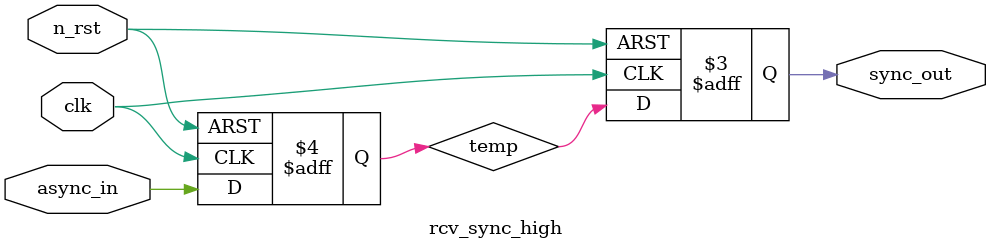
<source format=sv>
module rcv_sync_high(
    input logic clk,
    input logic n_rst,
    input logic async_in,
    output logic sync_out
);
    logic temp;
    always_ff @ (posedge clk, negedge n_rst) begin 
        if (n_rst == 1'b0) begin
            temp <= 1'b1;
            sync_out <= 1'b1;
        end
        else begin
            temp <= async_in;
            sync_out <= temp;
        end
    end

endmodule
</source>
